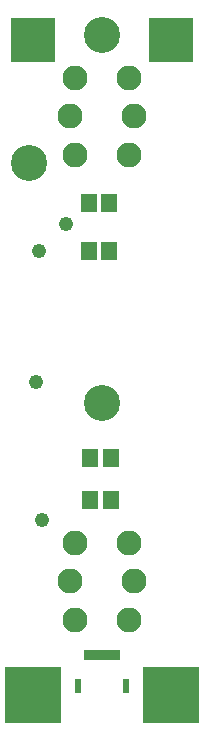
<source format=gts>
%FSDAX24Y24*%
%MOIN*%
%SFA1B1*%

%IPPOS*%
%ADD20C,0.120000*%
%ADD21R,0.019800X0.035600*%
%ADD22R,0.019800X0.047400*%
%ADD23R,0.053300X0.063100*%
%ADD24R,0.148000X0.148000*%
%ADD25R,0.188000X0.188000*%
%ADD26C,0.083000*%
%ADD27C,0.048000*%
%LNpokey-switch-board-1*%
%LPD*%
G54D20*
X013500Y033200D03*
X013490Y020930D03*
X011060Y028940D03*
G54D21*
X013992Y012540D03*
X013795D03*
X013598D03*
X013402D03*
X013205D03*
X013008D03*
G54D22*
X014303Y011497D03*
X012697D03*
G54D23*
X013744Y026000D03*
X013056D03*
X013744Y027600D03*
X013056D03*
X013794Y017700D03*
X013106D03*
X013794Y019100D03*
X013106D03*
G54D24*
X011200Y033050D03*
X015800D03*
G54D25*
X015800Y011200D03*
X011200D03*
G54D26*
X012437Y030500D03*
X014563D03*
X014384Y029220D03*
Y031780D03*
X012614D03*
Y029220D03*
X012437Y015000D03*
X014563D03*
X014384Y013720D03*
Y016280D03*
X012614D03*
Y013720D03*
G54D27*
X012300Y026900D03*
X011400Y026000D03*
X011300Y021650D03*
X011500Y017050D03*
M02*
</source>
